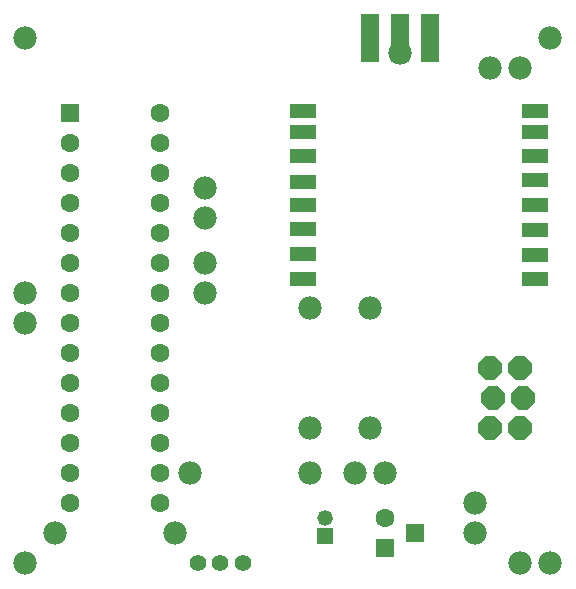
<source format=gts>
G75*
G70*
%OFA0B0*%
%FSLAX24Y24*%
%IPPOS*%
%LPD*%
%AMOC8*
5,1,8,0,0,1.08239X$1,22.5*
%
%ADD10R,0.0900X0.0460*%
%ADD11C,0.0555*%
%ADD12OC8,0.0780*%
%ADD13R,0.0640X0.1640*%
%ADD14C,0.0780*%
%ADD15R,0.0630X0.0630*%
%ADD16C,0.0630*%
%ADD17R,0.0520X0.0520*%
%ADD18C,0.0520*%
D10*
X010943Y011643D03*
X010943Y012481D03*
X010943Y013331D03*
X010943Y014118D03*
X010943Y014905D03*
X010943Y015755D03*
X010943Y016543D03*
X010943Y017268D03*
X018680Y017268D03*
X018680Y016543D03*
X018680Y015755D03*
X018680Y014968D03*
X018680Y014118D03*
X018680Y013293D03*
X018680Y012456D03*
X018680Y011668D03*
D11*
X008930Y002180D03*
X008180Y002180D03*
X007430Y002180D03*
D12*
X017180Y006680D03*
X017280Y007680D03*
X018280Y007680D03*
X018180Y006680D03*
X018180Y008680D03*
X017180Y008680D03*
D13*
X015180Y019680D03*
X014180Y019680D03*
X013180Y019680D03*
D14*
X001680Y002180D03*
X002680Y003180D03*
X006680Y003180D03*
X007180Y005180D03*
X011180Y005180D03*
X011180Y006680D03*
X012680Y005180D03*
X013680Y005180D03*
X013180Y006680D03*
X016680Y004180D03*
X016680Y003180D03*
X018180Y002180D03*
X019180Y002180D03*
X013180Y010680D03*
X011180Y010680D03*
X007680Y011180D03*
X007680Y012180D03*
X007680Y013680D03*
X007680Y014680D03*
X001680Y011180D03*
X001680Y010180D03*
X001680Y019680D03*
X014180Y019180D03*
X017180Y018680D03*
X018180Y018680D03*
X019180Y019680D03*
D15*
X003180Y017180D03*
X014680Y003180D03*
X013680Y002680D03*
D16*
X013680Y003680D03*
X006180Y004180D03*
X006180Y005180D03*
X006180Y006180D03*
X006180Y007180D03*
X006180Y008180D03*
X006180Y009180D03*
X006180Y010180D03*
X006180Y011180D03*
X006180Y012180D03*
X006180Y013180D03*
X006180Y014180D03*
X006180Y015180D03*
X006180Y016180D03*
X006180Y017180D03*
X003180Y016180D03*
X003180Y015180D03*
X003180Y014180D03*
X003180Y013180D03*
X003180Y012180D03*
X003180Y011180D03*
X003180Y010180D03*
X003180Y009180D03*
X003180Y008180D03*
X003180Y007180D03*
X003180Y006180D03*
X003180Y005180D03*
X003180Y004180D03*
D17*
X011680Y003090D03*
D18*
X011680Y003680D03*
M02*

</source>
